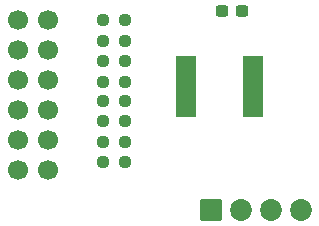
<source format=gbr>
%TF.GenerationSoftware,KiCad,Pcbnew,8.0.7*%
%TF.CreationDate,2024-12-14T18:53:43+03:00*%
%TF.ProjectId,pmod_esp32_4_layer.kicad_sch,706d6f64-5f65-4737-9033-325f345f6c61,rev?*%
%TF.SameCoordinates,Original*%
%TF.FileFunction,Soldermask,Bot*%
%TF.FilePolarity,Negative*%
%FSLAX46Y46*%
G04 Gerber Fmt 4.6, Leading zero omitted, Abs format (unit mm)*
G04 Created by KiCad (PCBNEW 8.0.7) date 2024-12-14 18:53:43*
%MOMM*%
%LPD*%
G01*
G04 APERTURE LIST*
G04 Aperture macros list*
%AMRoundRect*
0 Rectangle with rounded corners*
0 $1 Rounding radius*
0 $2 $3 $4 $5 $6 $7 $8 $9 X,Y pos of 4 corners*
0 Add a 4 corners polygon primitive as box body*
4,1,4,$2,$3,$4,$5,$6,$7,$8,$9,$2,$3,0*
0 Add four circle primitives for the rounded corners*
1,1,$1+$1,$2,$3*
1,1,$1+$1,$4,$5*
1,1,$1+$1,$6,$7*
1,1,$1+$1,$8,$9*
0 Add four rect primitives between the rounded corners*
20,1,$1+$1,$2,$3,$4,$5,0*
20,1,$1+$1,$4,$5,$6,$7,0*
20,1,$1+$1,$6,$7,$8,$9,0*
20,1,$1+$1,$8,$9,$2,$3,0*%
G04 Aperture macros list end*
%ADD10C,1.695000*%
%ADD11RoundRect,0.102000X-0.825000X-0.825000X0.825000X-0.825000X0.825000X0.825000X-0.825000X0.825000X0*%
%ADD12C,1.854000*%
%ADD13RoundRect,0.237500X-0.250000X-0.237500X0.250000X-0.237500X0.250000X0.237500X-0.250000X0.237500X0*%
%ADD14RoundRect,0.076750X-0.810250X-0.230250X0.810250X-0.230250X0.810250X0.230250X-0.810250X0.230250X0*%
%ADD15RoundRect,0.237500X0.300000X0.237500X-0.300000X0.237500X-0.300000X-0.237500X0.300000X-0.237500X0*%
G04 APERTURE END LIST*
D10*
%TO.C,J2*%
X132033500Y-98300000D03*
X132033500Y-100840000D03*
X132033500Y-103380000D03*
X132033500Y-105920000D03*
X132033500Y-108460000D03*
X132033500Y-111000000D03*
X129493500Y-98300000D03*
X129493500Y-100840000D03*
X129493500Y-103380000D03*
X129493500Y-105920000D03*
X129493500Y-108460000D03*
X129493500Y-111000000D03*
%TD*%
D11*
%TO.C,J1*%
X145847500Y-114350000D03*
D12*
X148387500Y-114350000D03*
X150927500Y-114350000D03*
X153467500Y-114350000D03*
%TD*%
D13*
%TO.C,R7*%
X136737500Y-108600000D03*
X138562500Y-108600000D03*
%TD*%
%TO.C,R1*%
X136737500Y-98328574D03*
X138562500Y-98328574D03*
%TD*%
%TO.C,R4*%
X136737500Y-106850000D03*
X138562500Y-106850000D03*
%TD*%
%TO.C,R8*%
X136737500Y-103500000D03*
X138562500Y-103500000D03*
%TD*%
%TO.C,R2*%
X136737500Y-100057145D03*
X138562500Y-100057145D03*
%TD*%
D14*
%TO.C,U2*%
X143710000Y-106200000D03*
X143710000Y-105550000D03*
X143710000Y-104900000D03*
X143710000Y-104250000D03*
X143710000Y-103600000D03*
X143710000Y-102950000D03*
X143710000Y-102300000D03*
X143710000Y-101650000D03*
X149450000Y-101650000D03*
X149450000Y-102300000D03*
X149450000Y-102950000D03*
X149450000Y-103600000D03*
X149450000Y-104250000D03*
X149450000Y-104900000D03*
X149450000Y-105550000D03*
X149450000Y-106200000D03*
%TD*%
D13*
%TO.C,R9*%
X136737500Y-101800000D03*
X138562500Y-101800000D03*
%TD*%
%TO.C,R6*%
X136737500Y-110300000D03*
X138562500Y-110300000D03*
%TD*%
D15*
%TO.C,C4*%
X148500000Y-97500000D03*
X146775000Y-97500000D03*
%TD*%
D13*
%TO.C,R3*%
X136737500Y-105150000D03*
X138562500Y-105150000D03*
%TD*%
M02*

</source>
